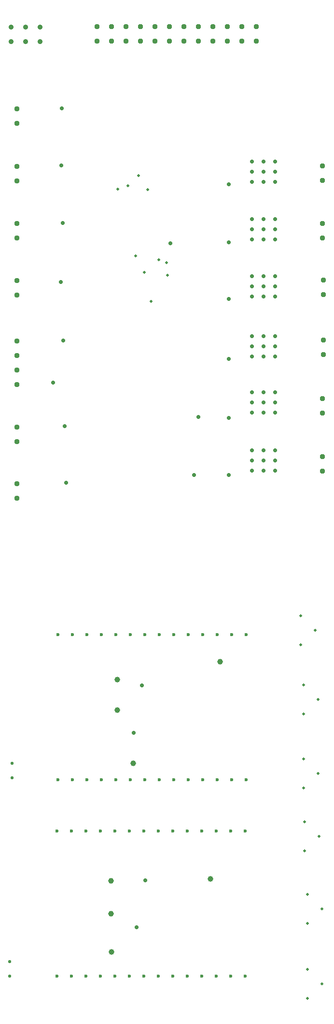
<source format=gbr>
G04 Layer_Color=0*
%FSLAX26Y26*%
%MOIN*%
%TF.FileFunction,Plated,1,4,PTH,Drill*%
%TF.Part,Single*%
G01*
G75*
%TA.AperFunction,ComponentDrill*%
%ADD83C,0.037402*%
%ADD84C,0.039370*%
%ADD85C,0.037402*%
%ADD86C,0.035433*%
%ADD87C,0.023622*%
%ADD88C,0.020000*%
%ADD89C,0.021654*%
%TA.AperFunction,ViaDrill,NotFilled*%
%ADD90C,0.028000*%
%ADD91C,0.019685*%
D83*
X1914504Y6701402D02*
D03*
Y6801402D02*
D03*
X814504Y6701402D02*
D03*
X914504D02*
D03*
X1014504D02*
D03*
X1114504D02*
D03*
X1214504D02*
D03*
X1314504D02*
D03*
X1414504D02*
D03*
X1514504D02*
D03*
X1614504D02*
D03*
X1714504D02*
D03*
X814504Y6801402D02*
D03*
X914504D02*
D03*
X1014504D02*
D03*
X1114504D02*
D03*
X1214504D02*
D03*
X1314504D02*
D03*
X1414504D02*
D03*
X1514504D02*
D03*
X1614504D02*
D03*
X1714504D02*
D03*
X1814504D02*
D03*
Y6701402D02*
D03*
D84*
X1664504Y2426402D02*
D03*
X1064504Y1726402D02*
D03*
X954504Y2091402D02*
D03*
Y2301402D02*
D03*
X914504Y426402D02*
D03*
X911504Y688402D02*
D03*
X909504Y917402D02*
D03*
X1597504Y929402D02*
D03*
D85*
X2370018Y3740444D02*
D03*
Y3840444D02*
D03*
X259782Y4337568D02*
D03*
Y4437568D02*
D03*
Y4537568D02*
D03*
Y4637568D02*
D03*
X2375924Y4543868D02*
D03*
Y4643868D02*
D03*
Y4957254D02*
D03*
Y5057254D02*
D03*
X2370018Y4138358D02*
D03*
Y4238358D02*
D03*
Y5743250D02*
D03*
Y5843250D02*
D03*
X259782Y3551742D02*
D03*
Y3651742D02*
D03*
X2370018Y5345706D02*
D03*
Y5445706D02*
D03*
X259782Y3941506D02*
D03*
Y4041506D02*
D03*
Y5740062D02*
D03*
Y5840062D02*
D03*
Y5345706D02*
D03*
Y5445706D02*
D03*
Y4951348D02*
D03*
Y5051348D02*
D03*
Y6134418D02*
D03*
Y6234418D02*
D03*
D86*
X220412Y6700168D02*
D03*
X320412D02*
D03*
X420412D02*
D03*
Y6800168D02*
D03*
X320412D02*
D03*
X220412D02*
D03*
D87*
X543246Y1613554D02*
D03*
X643246D02*
D03*
X743246D02*
D03*
X843246D02*
D03*
X943246D02*
D03*
X1043246D02*
D03*
X1143246D02*
D03*
X1243246D02*
D03*
X1343246D02*
D03*
X1443246D02*
D03*
X1543246D02*
D03*
X1643246D02*
D03*
X1743246D02*
D03*
X1843246D02*
D03*
X543246Y2613554D02*
D03*
X643246D02*
D03*
X743246D02*
D03*
X843246D02*
D03*
X943246D02*
D03*
X1043246D02*
D03*
X1143246D02*
D03*
X1243246D02*
D03*
X1343246D02*
D03*
X1443246D02*
D03*
X1543246D02*
D03*
X1643246D02*
D03*
X1743246D02*
D03*
X1843246D02*
D03*
X538324Y260208D02*
D03*
X638324D02*
D03*
X738324D02*
D03*
X838324D02*
D03*
X938324D02*
D03*
X1038324D02*
D03*
X1138324D02*
D03*
X1238324D02*
D03*
X1338324D02*
D03*
X1438324D02*
D03*
X1538324D02*
D03*
X1638324D02*
D03*
X1738324D02*
D03*
X1838324D02*
D03*
X538324Y1260208D02*
D03*
X638324D02*
D03*
X738324D02*
D03*
X838324D02*
D03*
X938324D02*
D03*
X1038324D02*
D03*
X1138324D02*
D03*
X1238324D02*
D03*
X1338324D02*
D03*
X1438324D02*
D03*
X1538324D02*
D03*
X1638324D02*
D03*
X1738324D02*
D03*
X1838324D02*
D03*
D88*
X2221505Y2743401D02*
D03*
Y2543401D02*
D03*
X2321505Y2643401D02*
D03*
X2248505Y1321250D02*
D03*
Y1121250D02*
D03*
X2348505Y1221250D02*
D03*
X2240504Y2267401D02*
D03*
Y2067401D02*
D03*
X2340504Y2167401D02*
D03*
X2267504Y823390D02*
D03*
Y623390D02*
D03*
X2367504Y723390D02*
D03*
X2240504Y1757402D02*
D03*
Y1557402D02*
D03*
X2340504Y1657402D02*
D03*
X2267504Y307402D02*
D03*
Y107402D02*
D03*
X2367504Y207402D02*
D03*
D89*
X209504Y359402D02*
D03*
Y259402D02*
D03*
X225504Y1724402D02*
D03*
Y1624402D02*
D03*
D90*
X570000Y6240000D02*
D03*
X510000Y4350000D02*
D03*
X1724348Y4105680D02*
D03*
Y4511190D02*
D03*
Y4924576D02*
D03*
Y5314340D02*
D03*
Y5715916D02*
D03*
X1884504Y5871402D02*
D03*
Y5801402D02*
D03*
Y5731402D02*
D03*
X1964504D02*
D03*
X2044504D02*
D03*
Y5801402D02*
D03*
Y5871402D02*
D03*
X1964504Y5801402D02*
D03*
Y5871402D02*
D03*
Y5477042D02*
D03*
Y5407042D02*
D03*
X2044504Y5477042D02*
D03*
Y5407042D02*
D03*
Y5337042D02*
D03*
X1964504D02*
D03*
X1884504D02*
D03*
Y5407042D02*
D03*
Y5477042D02*
D03*
X1964504Y5082686D02*
D03*
Y5012686D02*
D03*
X2044504Y5082686D02*
D03*
Y5012686D02*
D03*
Y4942686D02*
D03*
X1964504D02*
D03*
X1884504D02*
D03*
Y5012686D02*
D03*
Y5082686D02*
D03*
X1964504Y4668908D02*
D03*
Y4598908D02*
D03*
X2044504Y4668908D02*
D03*
Y4598908D02*
D03*
Y4528908D02*
D03*
X1964504D02*
D03*
X1884504D02*
D03*
Y4598908D02*
D03*
Y4668908D02*
D03*
X1964504Y4281402D02*
D03*
Y4211402D02*
D03*
X2044504Y4281402D02*
D03*
Y4211402D02*
D03*
Y4141402D02*
D03*
X1964504D02*
D03*
X1884504D02*
D03*
Y4211402D02*
D03*
Y4281402D02*
D03*
X1964504Y3881402D02*
D03*
Y3811402D02*
D03*
X2044504Y3881402D02*
D03*
Y3811402D02*
D03*
Y3741402D02*
D03*
X1964504D02*
D03*
X1884504D02*
D03*
Y3811402D02*
D03*
Y3881402D02*
D03*
X1724504Y3711402D02*
D03*
X1484504D02*
D03*
X1514504Y4111402D02*
D03*
X1065504Y1936402D02*
D03*
X1085504Y597402D02*
D03*
X1147504Y918402D02*
D03*
X1123504Y2262402D02*
D03*
X600000Y3660000D02*
D03*
X590000Y4050000D02*
D03*
X563504Y5043402D02*
D03*
X576504Y5449402D02*
D03*
X566504Y5844402D02*
D03*
X1321238Y5310668D02*
D03*
X580000Y4640000D02*
D03*
D91*
X1141120Y5107726D02*
D03*
X1080018Y5223250D02*
D03*
X1188050Y4908908D02*
D03*
X1294504Y5177402D02*
D03*
X1239504Y5196402D02*
D03*
X1163504Y5678402D02*
D03*
X1026504Y5707402D02*
D03*
X1100504Y5774402D02*
D03*
X1300504Y5089402D02*
D03*
X957504Y5681402D02*
D03*
%TF.MD5,ee3ea30cb957e15354920db9ab7ef064*%
M02*

</source>
